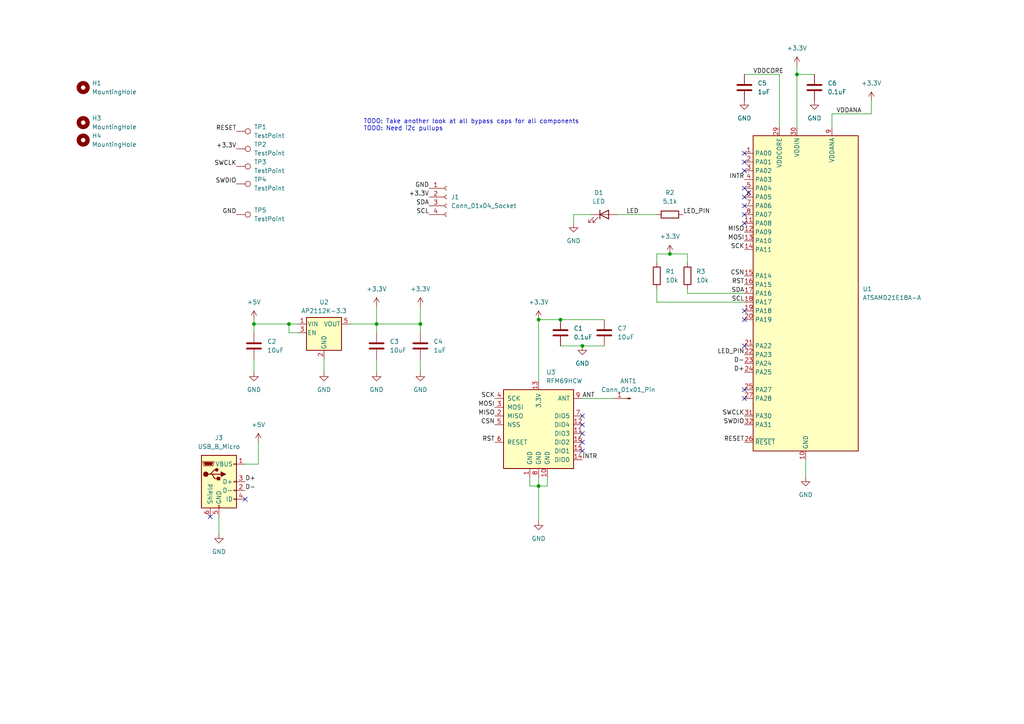
<source format=kicad_sch>
(kicad_sch (version 20230121) (generator eeschema)
  (paper "A4")
  (lib_symbols
    (symbol "Connector:Conn_01x01_Pin" (pin_names (offset 1.016) hide)
      (property "Reference" "J" (at 0 2.54 0))
      (property "Value" "Conn_01x01_Pin" (at 0 -2.54 0))
      (symbol "Conn_01x01_Pin_1_1"
        (polyline (pts (xy 1.27 0) (xy 0.8636 0)) (stroke (width 0.1524)))
        (rectangle (start 0.8636 0.127) (end 0 -0.127) (stroke (width 0.1524)) (fill (type outline)))
        (pin passive line (at 5.08 0 180) (length 3.81) (name "Pin_1") (number "1"))
      )
    )
    (symbol "Connector:Conn_01x04_Socket" (pin_names (offset 1.016) hide)
      (property "Reference" "J" (at 0 5.08 0))
      (property "Value" "Conn_01x04_Socket" (at 0 -7.62 0))
      (symbol "Conn_01x04_Socket_1_1"
        (arc (start 0 -4.572) (mid -0.5058 -5.08) (end 0 -5.588) (stroke (width 0.1524)))
        (arc (start 0 -2.032) (mid -0.5058 -2.54) (end 0 -3.048) (stroke (width 0.1524)))
        (polyline (pts (xy -1.27 -5.08) (xy -0.508 -5.08)) (stroke (width 0.1524)))
        (polyline (pts (xy -1.27 -2.54) (xy -0.508 -2.54)) (stroke (width 0.1524)))
        (polyline (pts (xy -1.27 0) (xy -0.508 0)) (stroke (width 0.1524)))
        (polyline (pts (xy -1.27 2.54) (xy -0.508 2.54)) (stroke (width 0.1524)))
        (arc (start 0 0.508) (mid -0.5058 0) (end 0 -0.508) (stroke (width 0.1524)))
        (arc (start 0 3.048) (mid -0.5058 2.54) (end 0 2.032) (stroke (width 0.1524)))
        (pin passive line (at -5.08 2.54 0) (length 3.81) (name "Pin_1") (number "1"))
        (pin passive line (at -5.08 0 0) (length 3.81) (name "Pin_2") (number "2"))
        (pin passive line (at -5.08 -2.54 0) (length 3.81) (name "Pin_3") (number "3"))
        (pin passive line (at -5.08 -5.08 0) (length 3.81) (name "Pin_4") (number "4"))
      )
    )
    (symbol "Connector:TestPoint" (pin_numbers hide) (pin_names (offset 0.762) hide)
      (property "Reference" "TP" (at 0 6.858 0))
      (property "Value" "TestPoint" (at 0 5.08 0))
      (symbol "TestPoint_0_1"
        (circle (center 0 3.302) (radius 0.762))
      )
      (symbol "TestPoint_1_1"
        (pin passive line (at 0 0 90) (length 2.54) (name "1") (number "1"))
      )
    )
    (symbol "Connector:USB_B_Micro" (pin_names (offset 1.016))
      (property "Reference" "J" (at -5.08 11.43 0))
      (property "Value" "USB_B_Micro" (at -5.08 8.89 0))
      (symbol "USB_B_Micro_0_1"
        (rectangle (start -5.08 -7.62) (end 5.08 7.62) (stroke (width 0.254)) (fill (type background)))
        (circle (center -3.81 2.159) (radius 0.635) (stroke (width 0.254)) (fill (type outline)))
        (circle (center -0.635 3.429) (radius 0.381) (stroke (width 0.254)) (fill (type outline)))
        (rectangle (start -0.127 -7.62) (end 0.127 -6.858))
        (polyline (pts (xy -1.905 2.159) (xy 0.635 2.159)) (stroke (width 0.254)))
        (polyline (pts (xy -3.175 2.159) (xy -2.54 2.159) (xy -1.27 3.429) (xy -0.635 3.429)) (stroke (width 0.254)))
        (polyline (pts (xy -2.54 2.159) (xy -1.905 2.159) (xy -1.27 0.889) (xy 0 0.889)) (stroke (width 0.254)))
        (polyline (pts (xy 0.635 2.794) (xy 0.635 1.524) (xy 1.905 2.159) (xy 0.635 2.794)) (stroke (width 0.254)) (fill (type outline)))
        (polyline (pts (xy -4.318 5.588) (xy -1.778 5.588) (xy -2.032 4.826) (xy -4.064 4.826) (xy -4.318 5.588)) (fill (type outline)))
        (polyline (pts (xy -4.699 5.842) (xy -4.699 5.588) (xy -4.445 4.826) (xy -4.445 4.572) (xy -1.651 4.572) (xy -1.651 4.826) (xy -1.397 5.588) (xy -1.397 5.842) (xy -4.699 5.842)))
        (rectangle (start 0.254 1.27) (end -0.508 0.508) (stroke (width 0.254)) (fill (type outline)))
        (rectangle (start 5.08 -5.207) (end 4.318 -4.953))
        (rectangle (start 5.08 -2.667) (end 4.318 -2.413))
        (rectangle (start 5.08 -0.127) (end 4.318 0.127))
        (rectangle (start 5.08 4.953) (end 4.318 5.207))
      )
      (symbol "USB_B_Micro_1_1"
        (pin power_out line (at 7.62 5.08 180) (length 2.54) (name "VBUS") (number "1"))
        (pin bidirectional line (at 7.62 -2.54 180) (length 2.54) (name "D-") (number "2"))
        (pin bidirectional line (at 7.62 0 180) (length 2.54) (name "D+") (number "3"))
        (pin passive line (at 7.62 -5.08 180) (length 2.54) (name "ID") (number "4"))
        (pin power_out line (at 0 -10.16 90) (length 2.54) (name "GND") (number "5"))
        (pin passive line (at -2.54 -10.16 90) (length 2.54) (name "Shield") (number "6"))
      )
    )
    (symbol "Device:C" (pin_numbers hide) (pin_names (offset 0.254))
      (property "Reference" "C" (at 0.635 2.54 0))
      (property "Value" "C" (at 0.635 -2.54 0))
      (symbol "C_0_1"
        (polyline (pts (xy -2.032 -0.762) (xy 2.032 -0.762)) (stroke (width 0.508)))
        (polyline (pts (xy -2.032 0.762) (xy 2.032 0.762)) (stroke (width 0.508)))
      )
      (symbol "C_1_1"
        (pin passive line (at 0 3.81 270) (length 2.794) (name "~") (number "1"))
        (pin passive line (at 0 -3.81 90) (length 2.794) (name "~") (number "2"))
      )
    )
    (symbol "Device:LED" (pin_numbers hide) (pin_names (offset 1.016) hide)
      (property "Reference" "D" (at 0 2.54 0))
      (property "Value" "LED" (at 0 -2.54 0))
      (symbol "LED_0_1"
        (polyline (pts (xy -1.27 -1.27) (xy -1.27 1.27)) (stroke (width 0.254)))
        (polyline (pts (xy -1.27 0) (xy 1.27 0)))
        (polyline (pts (xy 1.27 -1.27) (xy 1.27 1.27) (xy -1.27 0) (xy 1.27 -1.27)) (stroke (width 0.254)))
        (polyline (pts (xy -3.048 -0.762) (xy -4.572 -2.286) (xy -3.81 -2.286) (xy -4.572 -2.286) (xy -4.572 -1.524)))
        (polyline (pts (xy -1.778 -0.762) (xy -3.302 -2.286) (xy -2.54 -2.286) (xy -3.302 -2.286) (xy -3.302 -1.524)))
      )
      (symbol "LED_1_1"
        (pin passive line (at -3.81 0 0) (length 2.54) (name "K") (number "1"))
        (pin passive line (at 3.81 0 180) (length 2.54) (name "A") (number "2"))
      )
    )
    (symbol "Device:R" (pin_numbers hide) (pin_names (offset 0))
      (property "Reference" "R" (at 2.032 0 90))
      (property "Value" "R" (at 0 0 90))
      (symbol "R_0_1"
        (rectangle (start -1.016 -2.54) (end 1.016 2.54) (stroke (width 0.254)))
      )
      (symbol "R_1_1"
        (pin passive line (at 0 3.81 270) (length 1.27) (name "~") (number "1"))
        (pin passive line (at 0 -3.81 90) (length 1.27) (name "~") (number "2"))
      )
    )
    (symbol "MCU_Microchip_SAMD:ATSAMD21E18A-A"
      (property "Reference" "U" (at -13.97 46.99 0))
      (property "Value" "ATSAMD21E18A-A" (at 16.51 46.99 0))
      (symbol "ATSAMD21E18A-A_1_1"
        (rectangle (start -15.24 45.72) (end 15.24 -45.72) (stroke (width 0.254)) (fill (type background)))
        (pin bidirectional line (at -17.78 40.64 0) (length 2.54) (name "PA00") (number "1"))
        (pin power_in line (at 0 -48.26 90) (length 2.54) (name "GND") (number "10"))
        (pin bidirectional line (at -17.78 20.32 0) (length 2.54) (name "PA08") (number "11"))
        (pin bidirectional line (at -17.78 17.78 0) (length 2.54) (name "PA09") (number "12"))
        (pin bidirectional line (at -17.78 15.24 0) (length 2.54) (name "PA10") (number "13"))
        (pin bidirectional line (at -17.78 12.7 0) (length 2.54) (name "PA11") (number "14"))
        (pin bidirectional line (at -17.78 5.08 0) (length 2.54) (name "PA14") (number "15"))
        (pin bidirectional line (at -17.78 2.54 0) (length 2.54) (name "PA15") (number "16"))
        (pin bidirectional line (at -17.78 0 0) (length 2.54) (name "PA16") (number "17"))
        (pin bidirectional line (at -17.78 -2.54 0) (length 2.54) (name "PA17") (number "18"))
        (pin bidirectional line (at -17.78 -5.08 0) (length 2.54) (name "PA18") (number "19"))
        (pin bidirectional line (at -17.78 38.1 0) (length 2.54) (name "PA01") (number "2"))
        (pin bidirectional line (at -17.78 -7.62 0) (length 2.54) (name "PA19") (number "20"))
        (pin bidirectional line (at -17.78 -15.24 0) (length 2.54) (name "PA22") (number "21"))
        (pin bidirectional line (at -17.78 -17.78 0) (length 2.54) (name "PA23") (number "22"))
        (pin bidirectional line (at -17.78 -20.32 0) (length 2.54) (name "PA24") (number "23"))
        (pin bidirectional line (at -17.78 -22.86 0) (length 2.54) (name "PA25") (number "24"))
        (pin bidirectional line (at -17.78 -27.94 0) (length 2.54) (name "PA27") (number "25"))
        (pin input line (at -17.78 -43.18 0) (length 2.54) (name "~{RESET}") (number "26"))
        (pin bidirectional line (at -17.78 -30.48 0) (length 2.54) (name "PA28") (number "27"))
        (pin passive line (at 0 -48.26 90) (length 2.54) hide (name "GND") (number "28"))
        (pin power_out line (at -7.62 48.26 270) (length 2.54) (name "VDDCORE") (number "29"))
        (pin bidirectional line (at -17.78 35.56 0) (length 2.54) (name "PA02") (number "3"))
        (pin power_in line (at -2.54 48.26 270) (length 2.54) (name "VDDIN") (number "30"))
        (pin bidirectional line (at -17.78 -35.56 0) (length 2.54) (name "PA30") (number "31"))
        (pin bidirectional line (at -17.78 -38.1 0) (length 2.54) (name "PA31") (number "32"))
        (pin bidirectional line (at -17.78 33.02 0) (length 2.54) (name "PA03") (number "4"))
        (pin bidirectional line (at -17.78 30.48 0) (length 2.54) (name "PA04") (number "5"))
        (pin bidirectional line (at -17.78 27.94 0) (length 2.54) (name "PA05") (number "6"))
        (pin bidirectional line (at -17.78 25.4 0) (length 2.54) (name "PA06") (number "7"))
        (pin bidirectional line (at -17.78 22.86 0) (length 2.54) (name "PA07") (number "8"))
        (pin power_in line (at 7.62 48.26 270) (length 2.54) (name "VDDANA") (number "9"))
      )
    )
    (symbol "Mechanical:MountingHole" (pin_names (offset 1.016))
      (property "Reference" "H" (at 0 5.08 0))
      (property "Value" "MountingHole" (at 0 3.175 0))
      (symbol "MountingHole_0_1"
        (circle (center 0 0) (radius 1.27) (stroke (width 1.27)))
      )
    )
    (symbol "RF_Module:RFM69HCW" (pin_names (offset 1.016))
      (property "Reference" "U" (at -10.414 11.684 0))
      (property "Value" "RFM69HCW" (at 1.524 11.43 0))
      (symbol "RFM69HCW_0_1"
        (rectangle (start -10.16 10.16) (end 10.16 -12.7) (stroke (width 0.254)) (fill (type background)))
      )
      (symbol "RFM69HCW_1_1"
        (pin power_in line (at -2.54 -15.24 90) (length 2.54) (name "GND") (number "1"))
        (pin power_in line (at 2.54 -15.24 90) (length 2.54) (name "GND") (number "10"))
        (pin bidirectional line (at 12.7 -2.54 180) (length 2.54) (name "DIO3") (number "11"))
        (pin bidirectional line (at 12.7 0 180) (length 2.54) (name "DIO4") (number "12"))
        (pin power_in line (at 0 12.7 270) (length 2.54) (name "3.3V") (number "13"))
        (pin bidirectional line (at 12.7 -10.16 180) (length 2.54) (name "DIO0") (number "14"))
        (pin bidirectional line (at 12.7 -7.62 180) (length 2.54) (name "DIO1") (number "15"))
        (pin bidirectional line (at 12.7 -5.08 180) (length 2.54) (name "DIO2") (number "16"))
        (pin output line (at -12.7 2.54 0) (length 2.54) (name "MISO") (number "2"))
        (pin input line (at -12.7 5.08 0) (length 2.54) (name "MOSI") (number "3"))
        (pin input line (at -12.7 7.62 0) (length 2.54) (name "SCK") (number "4"))
        (pin input line (at -12.7 0 0) (length 2.54) (name "NSS") (number "5"))
        (pin bidirectional line (at -12.7 -5.08 0) (length 2.54) (name "RESET") (number "6"))
        (pin bidirectional line (at 12.7 2.54 180) (length 2.54) (name "DIO5") (number "7"))
        (pin power_in line (at 0 -15.24 90) (length 2.54) (name "GND") (number "8"))
        (pin bidirectional line (at 12.7 7.62 180) (length 2.54) (name "ANT") (number "9"))
      )
    )
    (symbol "Regulator_Linear:AP2112K-3.3" (pin_names (offset 0.254))
      (property "Reference" "U" (at -5.08 5.715 0))
      (property "Value" "AP2112K-3.3" (at 0 5.715 0))
      (symbol "AP2112K-3.3_0_1"
        (rectangle (start -5.08 4.445) (end 5.08 -5.08) (stroke (width 0.254)) (fill (type background)))
      )
      (symbol "AP2112K-3.3_1_1"
        (pin power_in line (at -7.62 2.54 0) (length 2.54) (name "VIN") (number "1"))
        (pin power_in line (at 0 -7.62 90) (length 2.54) (name "GND") (number "2"))
        (pin input line (at -7.62 0 0) (length 2.54) (name "EN") (number "3"))
        (pin no_connect line (at 5.08 0 180) (length 2.54) hide (name "NC") (number "4"))
        (pin power_out line (at 7.62 2.54 180) (length 2.54) (name "VOUT") (number "5"))
      )
    )
    (symbol "power:+3.3V" (power) (pin_names (offset 0))
      (property "Value" "+3.3V" (at 0 3.556 0))
      (symbol "+3.3V_0_1"
        (polyline (pts (xy -0.762 1.27) (xy 0 2.54)))
        (polyline (pts (xy 0 0) (xy 0 2.54)))
        (polyline (pts (xy 0 2.54) (xy 0.762 1.27)))
      )
      (symbol "+3.3V_1_1"
        (pin power_in line (at 0 0 90) (length 0) hide (name "+3.3V") (number "1"))
      )
    )
    (symbol "power:+5V" (power) (pin_names (offset 0))
      (property "Value" "+5V" (at 0 3.556 0))
      (symbol "+5V_0_1"
        (polyline (pts (xy -0.762 1.27) (xy 0 2.54)))
        (polyline (pts (xy 0 0) (xy 0 2.54)))
        (polyline (pts (xy 0 2.54) (xy 0.762 1.27)))
      )
      (symbol "+5V_1_1"
        (pin power_in line (at 0 0 90) (length 0) hide (name "+5V") (number "1"))
      )
    )
    (symbol "power:GND" (power) (pin_names (offset 0))
      (property "Value" "GND" (at 0 -3.81 0))
      (symbol "GND_0_1"
        (polyline (pts (xy 0 0) (xy 0 -1.27) (xy 1.27 -1.27) (xy 0 -2.54) (xy -1.27 -1.27) (xy 0 -1.27)))
      )
      (symbol "GND_1_1"
        (pin power_in line (at 0 0 270) (length 0) hide (name "GND") (number "1"))
      )
    )
  )
  (junction (at 162.56 92.71))
  (junction (at 121.92 93.98))
  (junction (at 73.66 93.98))
  (junction (at 109.22 93.98))
  (junction (at 156.21 140.97))
  (junction (at 168.91 100.33))
  (junction (at 156.21 92.71))
  (junction (at 194.31 73.66))
  (junction (at 83.82 93.98))
  (junction (at 231.14 21.59))
  (no_connect (at 168.91 123.19))
  (no_connect (at 60.96 149.86))
  (no_connect (at 168.91 125.73))
  (no_connect (at 215.9 64.77))
  (no_connect (at 215.9 113.03))
  (no_connect (at 215.9 46.99))
  (no_connect (at 168.91 120.65))
  (no_connect (at 215.9 90.17))
  (no_connect (at 215.9 44.45))
  (no_connect (at 215.9 115.57))
  (no_connect (at 71.12 144.78))
  (no_connect (at 215.9 92.71))
  (no_connect (at 215.9 57.15))
  (no_connect (at 168.91 128.27))
  (no_connect (at 168.91 130.81))
  (no_connect (at 215.9 62.23))
  (no_connect (at 217.17 55.88))
  (no_connect (at 215.9 49.53))
  (no_connect (at 215.9 59.69))
  (no_connect (at 215.9 100.33))
  (no_connect (at 215.9 54.61))
  (wire (pts (xy 153.67 138.43) (xy 153.67 140.97)))
  (wire (pts (xy 241.3 33.02) (xy 252.73 33.02)))
  (wire (pts (xy 109.22 104.14) (xy 109.22 107.95)))
  (wire (pts (xy 241.3 36.83) (xy 241.3 33.02)))
  (wire (pts (xy 83.82 93.98) (xy 83.82 96.52)))
  (wire (pts (xy 156.21 140.97) (xy 156.21 151.13)))
  (wire (pts (xy 166.37 62.23) (xy 166.37 64.77)))
  (wire (pts (xy 233.68 133.35) (xy 233.68 138.43)))
  (wire (pts (xy 121.92 104.14) (xy 121.92 107.95)))
  (wire (pts (xy 73.66 92.71) (xy 73.66 93.98)))
  (wire (pts (xy 168.91 100.33) (xy 175.26 100.33)))
  (wire (pts (xy 162.56 92.71) (xy 175.26 92.71)))
  (wire (pts (xy 215.9 85.09) (xy 199.39 85.09)))
  (wire (pts (xy 252.73 33.02) (xy 252.73 29.21)))
  (wire (pts (xy 215.9 21.59) (xy 226.06 21.59)))
  (wire (pts (xy 190.5 73.66) (xy 190.5 76.2)))
  (wire (pts (xy 231.14 21.59) (xy 236.22 21.59)))
  (wire (pts (xy 83.82 93.98) (xy 86.36 93.98)))
  (wire (pts (xy 93.98 104.14) (xy 93.98 107.95)))
  (wire (pts (xy 156.21 138.43) (xy 156.21 140.97)))
  (wire (pts (xy 215.9 87.63) (xy 190.5 87.63)))
  (wire (pts (xy 86.36 96.52) (xy 83.82 96.52)))
  (wire (pts (xy 71.12 134.62) (xy 74.93 134.62)))
  (wire (pts (xy 190.5 87.63) (xy 190.5 83.82)))
  (wire (pts (xy 231.14 21.59) (xy 231.14 36.83)))
  (wire (pts (xy 121.92 88.9) (xy 121.92 93.98)))
  (wire (pts (xy 199.39 85.09) (xy 199.39 83.82)))
  (wire (pts (xy 168.91 115.57) (xy 177.8 115.57)))
  (wire (pts (xy 73.66 93.98) (xy 73.66 96.52)))
  (wire (pts (xy 156.21 92.71) (xy 162.56 92.71)))
  (wire (pts (xy 194.31 73.66) (xy 199.39 73.66)))
  (wire (pts (xy 63.5 149.86) (xy 63.5 154.94)))
  (wire (pts (xy 158.75 138.43) (xy 158.75 140.97)))
  (wire (pts (xy 153.67 140.97) (xy 156.21 140.97)))
  (wire (pts (xy 109.22 93.98) (xy 121.92 93.98)))
  (wire (pts (xy 194.31 73.66) (xy 190.5 73.66)))
  (wire (pts (xy 171.45 62.23) (xy 166.37 62.23)))
  (wire (pts (xy 101.6 93.98) (xy 109.22 93.98)))
  (wire (pts (xy 158.75 140.97) (xy 156.21 140.97)))
  (wire (pts (xy 199.39 73.66) (xy 199.39 76.2)))
  (wire (pts (xy 231.14 19.05) (xy 231.14 21.59)))
  (wire (pts (xy 162.56 100.33) (xy 168.91 100.33)))
  (wire (pts (xy 73.66 93.98) (xy 83.82 93.98)))
  (wire (pts (xy 109.22 88.9) (xy 109.22 93.98)))
  (wire (pts (xy 109.22 93.98) (xy 109.22 96.52)))
  (wire (pts (xy 226.06 21.59) (xy 226.06 36.83)))
  (wire (pts (xy 73.66 104.14) (xy 73.66 107.95)))
  (wire (pts (xy 156.21 92.71) (xy 156.21 110.49)))
  (wire (pts (xy 74.93 134.62) (xy 74.93 128.27)))
  (wire (pts (xy 121.92 93.98) (xy 121.92 96.52)))
  (wire (pts (xy 179.07 62.23) (xy 190.5 62.23)))
  (text "TODO: Take another look at all bypass caps for all components\nTODO: Need i2c pullups" (at 105.41 38.1 0) (effects (font (size 1.27 1.27)) (justify left bottom)))
  (label "GND" (at 68.58 62.23 180))
  (label "INTR" (at 215.9 52.07 180))
  (label "INTR" (at 168.91 133.35 0))
  (label "GND" (at 124.46 54.61 180))
  (label "MOSI" (at 215.9 69.85 180))
  (label "RESET" (at 68.58 38.1 180))
  (label "LED_PIN" (at 198.12 62.23 0))
  (label "CSN" (at 215.9 80.01 180))
  (label "VDDANA" (at 242.57 33.02 0))
  (label "MISO" (at 215.9 67.31 180))
  (label "MOSI" (at 143.51 118.11 180))
  (label "+3.3V" (at 68.58 43.18 180))
  (label "LED_PIN" (at 215.9 102.87 180))
  (label "SWDIO" (at 68.58 53.34 180))
  (label "SCK" (at 215.9 72.39 180))
  (label "RST" (at 143.51 128.27 180))
  (label "MISO" (at 143.51 120.65 180))
  (label "ANT" (at 168.91 115.57 0))
  (label "D+" (at 215.9 107.95 180))
  (label "SCK" (at 143.51 115.57 180))
  (label "SCL" (at 124.46 62.23 180))
  (label "RST" (at 215.9 82.55 180))
  (label "LED" (at 181.61 62.23 0))
  (label "D-" (at 71.12 142.24 0))
  (label "SWCLK" (at 215.9 120.65 180))
  (label "VDDCORE" (at 218.44 21.59 0))
  (label "D-" (at 215.9 105.41 180))
  (label "RESET" (at 215.9 128.27 180))
  (label "+3.3V" (at 124.46 57.15 180))
  (label "D+" (at 71.12 139.7 0))
  (label "SWDIO" (at 215.9 123.19 180))
  (label "SWCLK" (at 68.58 48.26 180))
  (label "SDA" (at 215.9 85.09 180))
  (label "CSN" (at 143.51 123.19 180))
  (label "SCL" (at 215.9 87.63 180))
  (label "SDA" (at 124.46 59.69 180))
  (symbol (lib_id "power:GND") (at 156.21 151.13 0) (unit 1)
    (property "Reference" "#PWR05" (effects hide))
    (property "Value" "GND" (at 156.21 156.21 0))
  )
  (symbol (lib_id "power:+3.3V") (at 156.21 92.71 0) (unit 1)
    (property "Reference" "#PWR04" (effects hide))
    (property "Value" "+3.3V" (at 156.21 87.63 0))
  )
  (symbol (lib_id "Connector:USB_B_Micro") (at 63.5 139.7 0) (unit 1)
    (property "Reference" "J3" (at 63.5 127 0))
    (property "Value" "USB_B_Micro" (at 63.5 129.54 0))
    (property "Footprint" "Connector_USB:USB_Micro-B_Amphenol_10118193-0001LF_Horizontal" (effects hide))
  )
  (symbol (lib_id "MCU_Microchip_SAMD:ATSAMD21E18A-A") (at 233.68 85.09 0) (unit 1)
    (property "Reference" "U1" (at 250.19 83.82 0) (effects (justify left)))
    (property "Value" "ATSAMD21E18A-A" (at 250.19 86.36 0) (effects (justify left)))
    (property "Footprint" "Package_QFP:TQFP-32_7x7mm_P0.8mm" (effects hide))
    (property "Datasheet" "http://ww1.microchip.com/downloads/en/DeviceDoc/SAM_D21_DA1_Family_Data%20Sheet_DS40001882E.pdf" (effects hide))
  )
  (symbol (lib_id "Connector:Conn_01x01_Pin") (at 182.88 115.57 0) (mirror y) (unit 1)
    (property "Reference" "ANT1" (at 182.245 110.49 0))
    (property "Value" "Conn_01x01_Pin" (at 182.245 113.03 0))
    (property "Footprint" "Connector_Pin:Pin_D1.0mm_L10.0mm" (effects hide))
  )
  (symbol (lib_id "Device:R") (at 194.31 62.23 90) (unit 1)
    (property "Reference" "R2" (at 194.31 55.88 90))
    (property "Value" "5.1k" (at 194.31 58.42 90))
    (property "Footprint" "Resistor_SMD:R_0805_2012Metric" (effects hide))
  )
  (symbol (lib_id "power:GND") (at 121.92 107.95 0) (unit 1)
    (property "Reference" "#PWR013" (effects hide))
    (property "Value" "GND" (at 121.92 113.03 0))
  )
  (symbol (lib_id "power:+3.3V") (at 194.31 73.66 0) (unit 1)
    (property "Reference" "#PWR019" (effects hide))
    (property "Value" "+3.3V" (at 194.31 68.58 0))
  )
  (symbol (lib_id "power:+3.3V") (at 121.92 88.9 0) (unit 1)
    (property "Reference" "#PWR012" (effects hide))
    (property "Value" "+3.3V" (at 121.92 83.82 0))
  )
  (symbol (lib_id "Device:C") (at 121.92 100.33 0) (unit 1)
    (property "Reference" "C4" (at 125.73 99.06 0) (effects (justify left)))
    (property "Value" "1uF" (at 125.73 101.6 0) (effects (justify left)))
    (property "Footprint" "Capacitor_SMD:C_0805_2012Metric" (effects hide))
  )
  (symbol (lib_id "Connector:TestPoint") (at 68.58 48.26 270) (unit 1)
    (property "Reference" "TP3" (at 73.66 46.99 90) (effects (justify left)))
    (property "Value" "TestPoint" (at 73.66 49.53 90) (effects (justify left)))
    (property "Footprint" "TestPoint:TestPoint_Pad_D1.5mm" (effects hide))
  )
  (symbol (lib_id "Device:C") (at 236.22 25.4 0) (unit 1)
    (property "Reference" "C6" (at 240.03 24.13 0) (effects (justify left)))
    (property "Value" "0.1uF" (at 240.03 26.67 0) (effects (justify left)))
    (property "Footprint" "Capacitor_SMD:C_0603_1608Metric" (effects hide))
  )
  (symbol (lib_id "Mechanical:MountingHole") (at 24.13 40.64 0) (unit 1)
    (property "Reference" "H4" (at 26.67 39.37 0) (effects (justify left)))
    (property "Value" "MountingHole" (at 26.67 41.91 0) (effects (justify left)))
    (property "Footprint" "MountingHole:MountingHole_2.2mm_M2" (effects hide))
  )
  (symbol (lib_id "power:+5V") (at 74.93 128.27 0) (unit 1)
    (property "Reference" "#PWR02" (effects hide))
    (property "Value" "+5V" (at 74.93 123.19 0))
  )
  (symbol (lib_id "power:GND") (at 109.22 107.95 0) (unit 1)
    (property "Reference" "#PWR011" (effects hide))
    (property "Value" "GND" (at 109.22 113.03 0))
  )
  (symbol (lib_id "Regulator_Linear:AP2112K-3.3") (at 93.98 96.52 0) (unit 1)
    (property "Reference" "U2" (at 93.98 87.63 0))
    (property "Value" "AP2112K-3.3" (at 93.98 90.17 0))
    (property "Footprint" "Package_TO_SOT_SMD:SOT-23-5" (effects hide))
    (property "Datasheet" "https://www.diodes.com/assets/Datasheets/AP2112.pdf" (effects hide))
  )
  (symbol (lib_id "power:GND") (at 215.9 29.21 0) (unit 1)
    (property "Reference" "#PWR015" (effects hide))
    (property "Value" "GND" (at 215.9 34.29 0))
  )
  (symbol (lib_id "RF_Module:RFM69HCW") (at 156.21 123.19 0) (unit 1)
    (property "Reference" "U3" (at 158.4041 107.95 0) (effects (justify left)))
    (property "Value" "RFM69HCW" (at 158.4041 110.49 0) (effects (justify left)))
    (property "Footprint" "RF_Module:HOPERF_RFM9XW_SMD" (effects hide))
    (property "Datasheet" "https://www.hoperf.com/data/upload/portal/20181127/5bfcb8284d838.pdf" (effects hide))
  )
  (symbol (lib_id "power:GND") (at 168.91 100.33 0) (unit 1)
    (property "Reference" "#PWR03" (effects hide))
    (property "Value" "GND" (at 168.91 105.41 0))
  )
  (symbol (lib_id "Device:R") (at 190.5 80.01 0) (unit 1)
    (property "Reference" "R1" (at 193.04 78.74 0) (effects (justify left)))
    (property "Value" "10k" (at 193.04 81.28 0) (effects (justify left)))
    (property "Footprint" "Resistor_SMD:R_0805_2012Metric" (effects hide))
  )
  (symbol (lib_id "power:+5V") (at 73.66 92.71 0) (unit 1)
    (property "Reference" "#PWR07" (effects hide))
    (property "Value" "+5V" (at 73.66 87.63 0))
  )
  (symbol (lib_id "Mechanical:MountingHole") (at 24.13 25.4 0) (unit 1)
    (property "Reference" "H1" (at 26.67 24.13 0) (effects (justify left)))
    (property "Value" "MountingHole" (at 26.67 26.67 0) (effects (justify left)))
    (property "Footprint" "MountingHole:MountingHole_2.2mm_M2" (effects hide))
  )
  (symbol (lib_id "Connector:TestPoint") (at 68.58 43.18 270) (unit 1)
    (property "Reference" "TP2" (at 73.66 41.91 90) (effects (justify left)))
    (property "Value" "TestPoint" (at 73.66 44.45 90) (effects (justify left)))
    (property "Footprint" "TestPoint:TestPoint_Pad_D1.5mm" (effects hide))
  )
  (symbol (lib_id "power:GND") (at 93.98 107.95 0) (unit 1)
    (property "Reference" "#PWR09" (effects hide))
    (property "Value" "GND" (at 93.98 113.03 0))
  )
  (symbol (lib_id "Device:C") (at 175.26 96.52 0) (unit 1)
    (property "Reference" "C7" (at 179.07 95.25 0) (effects (justify left)))
    (property "Value" "10uF" (at 179.07 97.79 0) (effects (justify left)))
    (property "Footprint" "Capacitor_SMD:C_1206_3216Metric" (effects hide))
  )
  (symbol (lib_id "Connector:TestPoint") (at 68.58 62.23 270) (unit 1)
    (property "Reference" "TP5" (at 73.66 60.96 90) (effects (justify left)))
    (property "Value" "TestPoint" (at 73.66 63.5 90) (effects (justify left)))
    (property "Footprint" "TestPoint:TestPoint_Pad_D1.5mm" (effects hide))
  )
  (symbol (lib_id "power:+3.3V") (at 109.22 88.9 0) (unit 1)
    (property "Reference" "#PWR010" (effects hide))
    (property "Value" "+3.3V" (at 109.22 83.82 0))
  )
  (symbol (lib_id "Device:C") (at 162.56 96.52 0) (unit 1)
    (property "Reference" "C1" (at 166.37 95.25 0) (effects (justify left)))
    (property "Value" "0.1uF" (at 166.37 97.79 0) (effects (justify left)))
    (property "Footprint" "Capacitor_SMD:C_0805_2012Metric" (effects hide))
  )
  (symbol (lib_id "power:+3.3V") (at 252.73 29.21 0) (unit 1)
    (property "Reference" "#PWR017" (effects hide))
    (property "Value" "+3.3V" (at 252.73 24.13 0))
  )
  (symbol (lib_id "Mechanical:MountingHole") (at 24.13 35.56 0) (unit 1)
    (property "Reference" "H3" (at 26.67 34.29 0) (effects (justify left)))
    (property "Value" "MountingHole" (at 26.67 36.83 0) (effects (justify left)))
    (property "Footprint" "MountingHole:MountingHole_2.2mm_M2" (effects hide))
  )
  (symbol (lib_id "power:GND") (at 63.5 154.94 0) (unit 1)
    (property "Reference" "#PWR01" (effects hide))
    (property "Value" "GND" (at 63.5 160.02 0))
  )
  (symbol (lib_id "power:GND") (at 166.37 64.77 0) (unit 1)
    (property "Reference" "#PWR018" (effects hide))
    (property "Value" "GND" (at 166.37 69.85 0))
  )
  (symbol (lib_id "Connector:TestPoint") (at 68.58 53.34 270) (unit 1)
    (property "Reference" "TP4" (at 73.66 52.07 90) (effects (justify left)))
    (property "Value" "TestPoint" (at 73.66 54.61 90) (effects (justify left)))
    (property "Footprint" "TestPoint:TestPoint_Pad_D1.5mm" (effects hide))
  )
  (symbol (lib_id "Device:LED") (at 175.26 62.23 0) (unit 1)
    (property "Reference" "D1" (at 173.6725 55.88 0))
    (property "Value" "LED" (at 173.6725 58.42 0))
    (property "Footprint" "LED_SMD:LED_0805_2012Metric" (effects hide))
  )
  (symbol (lib_id "Device:C") (at 73.66 100.33 0) (unit 1)
    (property "Reference" "C2" (at 77.47 99.06 0) (effects (justify left)))
    (property "Value" "10uF" (at 77.47 101.6 0) (effects (justify left)))
    (property "Footprint" "Capacitor_SMD:C_1206_3216Metric" (effects hide))
  )
  (symbol (lib_id "power:GND") (at 73.66 107.95 0) (unit 1)
    (property "Reference" "#PWR08" (effects hide))
    (property "Value" "GND" (at 73.66 113.03 0))
  )
  (symbol (lib_id "Device:C") (at 109.22 100.33 0) (unit 1)
    (property "Reference" "C3" (at 113.03 99.06 0) (effects (justify left)))
    (property "Value" "10uF" (at 113.03 101.6 0) (effects (justify left)))
    (property "Footprint" "Capacitor_SMD:C_1206_3216Metric" (effects hide))
  )
  (symbol (lib_id "Device:C") (at 215.9 25.4 0) (unit 1)
    (property "Reference" "C5" (at 219.71 24.13 0) (effects (justify left)))
    (property "Value" "1uF" (at 219.71 26.67 0) (effects (justify left)))
    (property "Footprint" "Capacitor_SMD:C_0603_1608Metric" (effects hide))
  )
  (symbol (lib_id "Connector:TestPoint") (at 68.58 38.1 270) (unit 1)
    (property "Reference" "TP1" (at 73.66 36.83 90) (effects (justify left)))
    (property "Value" "TestPoint" (at 73.66 39.37 90) (effects (justify left)))
    (property "Footprint" "TestPoint:TestPoint_Pad_D1.5mm" (effects hide))
  )
  (symbol (lib_id "power:GND") (at 233.68 138.43 0) (unit 1)
    (property "Reference" "#PWR06" (effects hide))
    (property "Value" "GND" (at 233.68 143.51 0))
  )
  (symbol (lib_id "Device:R") (at 199.39 80.01 0) (unit 1)
    (property "Reference" "R3" (at 201.93 78.74 0) (effects (justify left)))
    (property "Value" "10k" (at 201.93 81.28 0) (effects (justify left)))
    (property "Footprint" "Resistor_SMD:R_0805_2012Metric" (effects hide))
  )
  (symbol (lib_id "power:+3.3V") (at 231.14 19.05 0) (unit 1)
    (property "Reference" "#PWR014" (effects hide))
    (property "Value" "+3.3V" (at 231.14 13.97 0))
  )
  (symbol (lib_id "Connector:Conn_01x04_Socket") (at 129.54 57.15 0) (unit 1)
    (property "Reference" "J1" (at 130.81 57.15 0) (effects (justify left)))
    (property "Value" "Conn_01x04_Socket" (at 130.81 59.69 0) (effects (justify left)))
    (property "Footprint" "Connector_PinSocket_2.54mm:PinSocket_1x04_P2.54mm_Vertical" (effects hide))
  )
  (symbol (lib_id "power:GND") (at 236.22 29.21 0) (unit 1)
    (property "Reference" "#PWR016" (effects hide))
    (property "Value" "GND" (at 236.22 34.29 0))
  )
)
</source>
